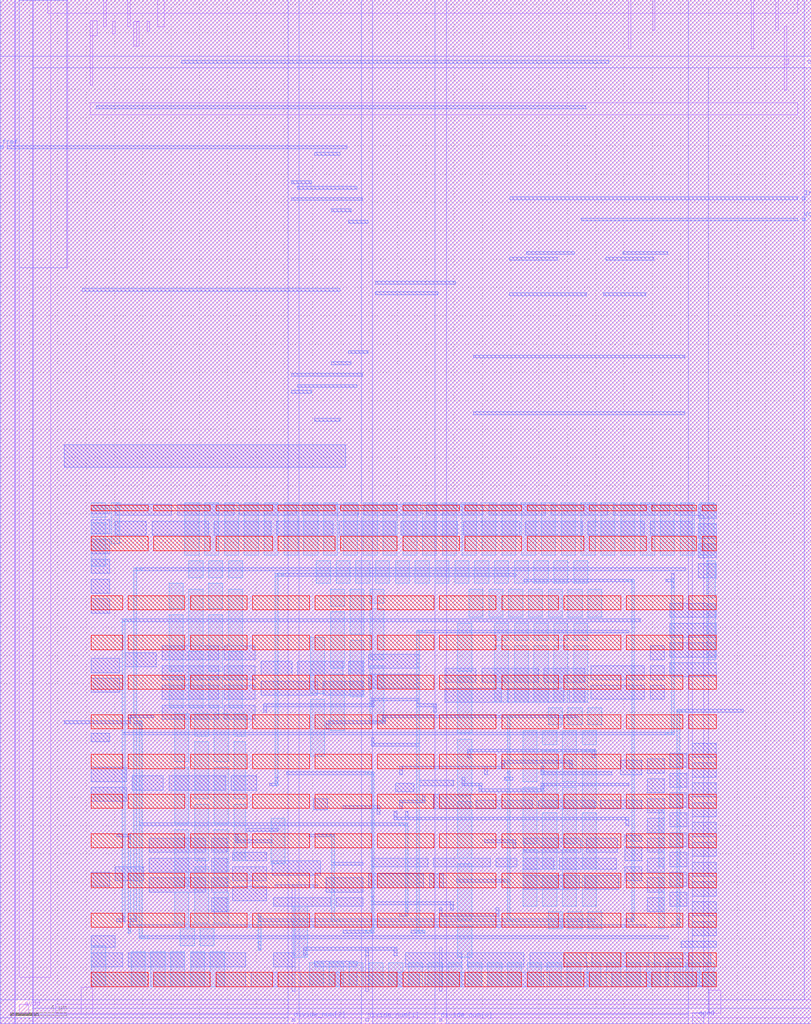
<source format=lef>
VERSION 5.7 ;
BUSBITCHARS "[]" ;
DIVIDERCHAR "/" ;

MACRO PLL_integerN_top_lef
  CLASS BLOCK ;
  ORIGIN 6.07 0 ;
  FOREIGN PLL_integerN_top_lef -6.07 0 ;
  SIZE 57.31 BY 72.3 ;
  SYMMETRY X Y R90 ;
  PIN avdd
    DIRECTION OUTPUT ;
    USE SIGNAL ;
    PORT
      LAYER M1 ;
        RECT -4.72 0.73 -4.07 1.38 ;
    END
  END avdd
  PIN agnd
    DIRECTION INOUT ;
    USE GROUND ;
    PORT
      LAYER M2 ;
        RECT 42.85 0 43.65 0.78 ;
    END
  END agnd
  PIN divide_num[0]
    DIRECTION INPUT ;
    USE ANALOG ;
    PORT
      LAYER M2 ;
        RECT 24.95 0.16 25.15 0.36 ;
    END
  END divide_num[0]
  PIN divide_num[1]
    DIRECTION INPUT ;
    USE ANALOG ;
    PORT
      LAYER M2 ;
        RECT 19.75 0.16 19.95 0.36 ;
    END
  END divide_num[1]
  PIN divide_num[2]
    DIRECTION INPUT ;
    USE ANALOG ;
    PORT
      LAYER M2 ;
        RECT 14.55 0.17 14.75 0.37 ;
    END
  END divide_num[2]
  PIN fout
    DIRECTION INPUT ;
    USE SIGNAL ;
    PORT
      LAYER M2 ;
        RECT 51.04 67.83 51.24 68.03 ;
    END
  END fout
  PIN Iref
    DIRECTION INPUT ;
    USE ANALOG ;
    PORT
      LAYER M3 ;
        RECT 50.6 58.2 50.8 58.4 ;
    END
  END Iref
  PIN Vctrl
    DIRECTION INPUT ;
    USE SIGNAL ;
    PORT
      LAYER M3 ;
        RECT 50.6 56.7 50.8 56.9 ;
    END
  END Vctrl
  PIN fref
    DIRECTION INPUT ;
    USE ANALOG ;
    PORT
      LAYER M3 ;
        RECT -6.07 61.8 -5.87 62 ;
    END
  END fref
  OBS
    LAYER M1 ;
      RECT -2.73 71.36 50.28 72.3 ;
      RECT -4.72 3.3 -2.5 72.29 ;
      RECT 48.73 70.15 48.89 72.3 ;
      RECT 47.01 68.87 47.17 72.3 ;
      RECT 40.04 70.15 40.2 72.3 ;
      RECT 38.32 68.87 38.48 72.3 ;
      RECT 5.05 70.4 5.5 72.3 ;
      RECT 2.93 70.4 3.09 72.3 ;
      RECT 1.24 70.4 1.4 72.3 ;
      RECT -4.72 53.39 -1.3 72.29 ;
      RECT 49.32 65.92 49.52 70.44 ;
      RECT 49.32 67.77 49.64 68.09 ;
      RECT -0.35 0.73 0.45 2.58 ;
      RECT 44.05 0.73 44.85 2.36 ;
      RECT -2.15 0.73 44.85 1.38 ;
      RECT 3.57 69.03 3.73 70.8 ;
      RECT 3.36 69.03 3.73 70.78 ;
      RECT 0.3 69.78 0.76 70.82 ;
      RECT 0.3 66.27 0.46 70.82 ;
      RECT 0.28 64.19 50.29 65.06 ;
      RECT 4.31 70.09 4.47 70.8 ;
      RECT 1.88 69.91 2.04 70.8 ;
    LAYER M1 SPACING 0.16 ;
      RECT -6.07 1.7 51.24 72.3 ;
      RECT -3.75 0 51.24 72.3 ;
      RECT -6.07 0 -5.04 72.3 ;
      RECT -6.07 0 51.24 0.41 ;
    LAYER M2 ;
      RECT 42.85 2.7 43.65 35.9 ;
      RECT 41.15 2.62 42.15 4.6 ;
      RECT 24.95 2.28 25.15 5.4 ;
      RECT 19.75 2.28 19.95 5.4 ;
      RECT 14.55 2.29 14.75 9.8 ;
      RECT -4.72 53.39 -1.38 72.29 ;
    LAYER M2 SPACING 0.2 ;
      RECT -6.07 68.33 51.24 72.3 ;
      RECT -6.07 1.68 50.74 72.3 ;
      RECT 43.95 0 51.24 67.53 ;
      RECT -3.77 1.08 51.24 67.53 ;
      RECT -6.07 0 -5.02 72.3 ;
      RECT -3.77 0.67 42.55 72.3 ;
      RECT 25.45 0 42.55 72.3 ;
      RECT 15.05 0.66 42.55 72.3 ;
      RECT -3.77 0 14.25 72.3 ;
      RECT 20.25 0 24.65 72.3 ;
      RECT 15.05 0 19.45 72.3 ;
      RECT -6.07 0 14.25 0.43 ;
    LAYER M3 ;
      RECT 41.75 6.8 41.95 7.4 ;
      RECT 41.35 6.8 41.95 7 ;
      RECT 41.35 30.8 41.55 31.8 ;
      RECT 40.95 31.2 41.55 31.4 ;
      RECT 2.95 6.8 39.55 7 ;
      RECT 2.95 6.4 3.15 7 ;
      RECT 38.55 7.2 38.75 7.8 ;
      RECT 38.15 7.2 38.75 7.4 ;
      RECT 22.55 14.4 22.75 15 ;
      RECT 21.75 14.4 21.95 15 ;
      RECT 21.75 14.4 38.35 14.6 ;
      RECT 38.15 14 38.35 14.6 ;
      RECT 26.55 16.8 26.75 17.4 ;
      RECT 32.15 16.8 38.35 17 ;
      RECT 26.55 16.8 27.95 17 ;
      RECT 27.75 16.4 27.95 17 ;
      RECT 32.15 16.4 32.35 17 ;
      RECT 27.75 16.4 32.35 16.6 ;
      RECT 32.15 17.6 32.35 18.2 ;
      RECT 32.15 17.6 37.15 17.8 ;
      RECT 12.15 7.2 12.35 7.8 ;
      RECT 12.15 7.2 35.95 7.4 ;
      RECT 26.95 19.2 35.95 19.4 ;
      RECT 35.75 18.8 35.95 19.4 ;
      RECT 26.95 18.8 27.15 19.4 ;
      RECT 20.95 21.6 34.75 21.8 ;
      RECT 20.95 21.2 21.15 21.8 ;
      RECT 16.95 21.2 21.15 21.4 ;
      RECT 16.95 20.8 17.15 21.4 ;
      RECT 29.35 18.4 34.35 18.6 ;
      RECT 34.15 18 34.35 18.6 ;
      RECT 29.35 18 29.55 18.6 ;
      RECT 22.15 18 29.55 18.2 ;
      RECT 28.15 17.6 28.35 18.2 ;
      RECT 22.15 17.6 22.35 18.2 ;
      RECT 28.15 12.8 30.35 13 ;
      RECT 30.15 12.4 30.35 13 ;
      RECT 29.75 17.2 29.95 17.8 ;
      RECT 29.55 17.2 30.15 17.4 ;
      RECT 28.95 7.6 29.15 8.2 ;
      RECT 24.95 7.6 25.15 8.2 ;
      RECT 24.95 7.6 29.15 7.8 ;
      RECT 20.15 8.4 20.35 9 ;
      RECT 20.15 8.4 25.95 8.6 ;
      RECT 25.75 8 25.95 8.6 ;
      RECT 20.15 22.8 23.55 23 ;
      RECT 23.35 22.4 23.55 23 ;
      RECT 20.15 22.4 20.35 23 ;
      RECT 23.35 22.4 24.75 22.6 ;
      RECT 24.55 22 24.75 22.6 ;
      RECT 12.55 22.4 20.35 22.6 ;
      RECT 12.55 22 12.75 22.6 ;
      RECT 23.75 15.6 23.95 16.2 ;
      RECT 22.15 15.6 23.95 15.8 ;
      RECT 22.15 15.2 22.35 15.8 ;
      RECT 20.15 19.6 20.35 20.2 ;
      RECT 20.15 19.6 23.55 19.8 ;
      RECT 22.55 7.6 22.75 8.2 ;
      RECT 22.15 7.6 22.75 7.8 ;
      RECT 15.35 5.2 21.95 5.4 ;
      RECT 21.75 4.8 21.95 5.4 ;
      RECT 19.75 4.8 19.95 5.4 ;
      RECT 15.35 4.8 15.55 5.4 ;
      RECT 18.15 15.2 20.75 15.4 ;
      RECT 20.55 14.8 20.75 15.4 ;
      RECT 13.35 16.8 13.55 17.4 ;
      RECT 12.95 16.8 13.55 17 ;
      RECT 10.55 12.8 10.75 13.4 ;
      RECT 10.55 12.8 13.15 13 ;
      RECT 2.95 21.6 4.75 21.8 ;
      RECT 2.95 21.2 3.15 21.8 ;
      RECT -1.55 21.2 3.15 21.4 ;
      RECT 3.35 21.2 3.95 21.4 ;
      RECT 3.75 20.8 3.95 21.4 ;
      RECT 3.35 7.2 3.55 7.8 ;
      RECT 2.95 7.2 3.55 7.4 ;
      RECT 2.15 13.2 3.15 13.4 ;
      RECT 2.95 12.8 3.15 13.4 ;
      RECT 2.55 7.2 2.75 7.8 ;
      RECT 2.15 7.2 2.75 7.4 ;
      RECT 35.01 56.7 50.3 56.9 ;
      RECT 29.94 58.2 50.3 58.4 ;
      RECT 41.75 22 46.45 22.2 ;
      RECT 41.55 2.62 44.53 3.62 ;
      RECT 42.05 5.42 44.53 5.82 ;
      RECT 42.85 6.22 44.53 7.22 ;
      RECT 42.85 7.62 44.53 8.62 ;
      RECT 42.85 9.02 44.53 10.02 ;
      RECT 42.85 10.42 44.53 11.42 ;
      RECT 42.85 11.82 44.53 12.82 ;
      RECT 42.85 13.22 44.53 14.22 ;
      RECT 42.85 14.62 44.53 15.62 ;
      RECT 42.85 16.02 44.53 17.02 ;
      RECT 42.85 17.42 44.53 18.42 ;
      RECT 42.85 18.82 44.53 19.82 ;
      RECT 41.25 24.5 44.53 25.5 ;
      RECT 41.25 25.9 44.53 26.9 ;
      RECT 41.25 27.3 44.53 28.3 ;
      RECT 41.25 28.7 44.53 29.7 ;
      RECT 43.25 31.5 44.53 32.5 ;
      RECT 43.25 32.9 44.53 33.9 ;
      RECT 43.25 34.3 44.53 35.3 ;
      RECT 43.25 35.7 44.53 36.7 ;
      RECT 40.15 4.02 44.15 5.02 ;
      RECT 39.85 34.5 42.85 35.5 ;
      RECT 41.65 35.9 42.85 36.7 ;
      RECT 41.25 8.3 42.45 9.3 ;
      RECT 41.25 9.7 42.45 10.7 ;
      RECT 41.25 11.1 42.45 12.1 ;
      RECT 41.25 12.5 42.45 13.5 ;
      RECT 41.25 13.9 42.45 14.9 ;
      RECT 41.25 15.3 42.45 16.3 ;
      RECT 41.25 16.7 42.45 17.7 ;
      RECT 41.25 18.1 42.45 19.1 ;
      RECT 3.35 32 42.35 32.2 ;
      RECT 27.35 43.02 42.31 43.22 ;
      RECT 27.35 47.02 42.31 47.22 ;
      RECT 2.55 20.4 41.55 20.6 ;
      RECT 37.25 35.9 41.25 36.7 ;
      RECT 37.15 2.62 41.15 3.62 ;
      RECT 3.75 6 41.15 6.2 ;
      RECT 37.91 54.33 41.1 54.53 ;
      RECT 39.65 7.9 40.85 8.9 ;
      RECT 39.65 9.3 40.85 10.3 ;
      RECT 39.65 10.7 40.85 11.7 ;
      RECT 39.65 12.1 40.85 13.1 ;
      RECT 39.65 13.5 40.85 14.5 ;
      RECT 39.65 14.9 40.85 15.9 ;
      RECT 39.65 16.3 40.85 17.3 ;
      RECT 39.65 17.7 40.85 18.7 ;
      RECT 39.85 22.9 40.85 23.9 ;
      RECT 39.85 24.3 40.85 25.3 ;
      RECT 39.85 25.7 40.85 26.7 ;
      RECT 36.71 53.93 40.11 54.13 ;
      RECT 35.75 4.02 39.75 5.02 ;
      RECT 36.54 51.41 39.54 51.61 ;
      RECT 35.65 22.9 39.45 23.9 ;
      RECT 35.65 24.3 39.45 25.3 ;
      RECT 35.45 34.5 39.45 35.5 ;
      RECT 38.05 10.1 39.25 11.1 ;
      RECT 38.05 11.5 39.25 12.5 ;
      RECT 38.05 12.9 39.25 13.3 ;
      RECT 36.35 15.2 39.25 15.8 ;
      RECT 37.75 17.6 39.25 18.6 ;
      RECT 2.55 28.4 39.15 28.6 ;
      RECT 30.95 31.2 38.75 31.4 ;
      RECT 23.35 27.6 38.35 27.8 ;
      RECT 35.25 9.5 37.65 10.5 ;
      RECT 35.35 12.1 37.55 13.1 ;
      RECT 33.45 10.9 37.45 11.7 ;
      RECT 6.73 67.84 36.93 68.04 ;
      RECT 32.85 35.9 36.85 36.7 ;
      RECT 32.75 2.62 36.75 3.62 ;
      RECT 31.95 15.2 35.95 15.8 ;
      RECT 31.35 4.02 35.35 5.02 ;
      RECT 29.91 51.41 35.34 51.61 ;
      RECT 0.7 64.62 35.31 64.82 ;
      RECT 34.15 22.7 35.25 23.7 ;
      RECT 32.35 24.1 35.25 25.1 ;
      RECT 31.05 34.5 35.05 35.5 ;
      RECT 30.95 12.1 34.95 13.1 ;
      RECT 30.85 9.5 34.85 10.5 ;
      RECT 31.11 54.33 34.51 54.53 ;
      RECT 29.75 22.7 33.75 23.7 ;
      RECT 29.91 53.93 33.31 54.13 ;
      RECT 30.85 10.9 33.05 11.7 ;
      RECT 28.45 35.9 32.45 36.7 ;
      RECT 28.35 2.62 32.35 3.62 ;
      RECT 27.95 24.1 31.95 25.1 ;
      RECT 27.55 15.2 31.55 15.8 ;
      RECT 26.95 4.02 30.95 5.02 ;
      RECT 26.65 34.5 30.65 35.5 ;
      RECT 28.95 11.1 30.45 11.7 ;
      RECT 13.35 31.6 30.35 31.8 ;
      RECT 26.15 10 29.95 10.2 ;
      RECT 25.35 22.7 29.35 23.7 ;
      RECT 24.55 11.1 28.55 11.7 ;
      RECT 24.05 35.9 28.05 36.7 ;
      RECT 23.95 2.62 27.95 3.62 ;
      RECT 25.35 24.1 27.55 25.1 ;
      RECT 24.55 15.2 27.15 16.2 ;
      RECT 22.55 4.02 26.55 5.02 ;
      RECT 22.25 34.5 26.25 35.5 ;
      RECT 20.44 52.24 26.09 52.44 ;
      RECT 23.55 16.8 25.95 17.2 ;
      RECT 24.25 9.6 25.25 10.6 ;
      RECT 20.43 51.5 24.85 51.7 ;
      RECT 20.15 11.1 24.15 11.7 ;
      RECT 22.95 6.4 23.95 6.6 ;
      RECT 19.95 9.6 23.85 10.6 ;
      RECT 19.65 35.9 23.65 36.7 ;
      RECT 19.55 2.62 23.55 3.62 ;
      RECT 19.95 23.7 23.55 24.7 ;
      RECT 19.95 25.1 23.55 26.1 ;
      RECT 21.85 16.4 23.15 17 ;
      RECT 3.75 14 22.75 14.2 ;
      RECT 17.85 34.5 21.85 35.5 ;
      RECT 18.15 6.4 20.35 6.6 ;
      RECT 14.15 17.6 20.35 17.8 ;
      RECT 18.53 47.34 19.93 47.54 ;
      RECT 18.53 56.54 19.93 56.74 ;
      RECT 17.65 8.3 19.55 8.9 ;
      RECT 16.95 9.3 19.55 10.3 ;
      RECT 17.35 11.2 19.55 11.4 ;
      RECT 16.75 23.2 19.55 24.2 ;
      RECT 18.55 24.6 19.55 25.6 ;
      RECT 14.53 45.74 19.53 45.94 ;
      RECT 14.53 58.14 19.53 58.34 ;
      RECT 15.25 35.9 19.25 36.7 ;
      RECT 15.15 2.62 19.15 3.62 ;
      RECT 16.15 4.02 19.15 4.42 ;
      RECT 14.93 44.94 19.13 45.14 ;
      RECT 14.93 58.94 19.13 59.14 ;
      RECT 17.33 46.54 18.73 46.74 ;
      RECT 17.33 57.34 18.73 57.54 ;
      RECT -5.57 61.8 18.43 62 ;
      RECT -1.56 39.3 18.33 40.88 ;
      RECT 14.95 24.6 18.15 25.6 ;
      RECT 16.13 42.55 17.93 42.75 ;
      RECT -0.27 51.74 17.93 51.94 ;
      RECT 16.13 61.33 17.93 61.53 ;
      RECT 15.75 13.2 17.55 13.4 ;
      RECT 13.45 34.5 17.45 35.5 ;
      RECT 13.25 8.3 17.25 8.9 ;
      RECT 16.05 15.1 17.05 15.9 ;
      RECT 13.15 10.5 16.55 11.5 ;
      RECT 13.35 9.6 16.35 9.8 ;
      RECT 12.35 23.2 16.35 24.2 ;
      RECT 14.53 44.54 15.93 44.74 ;
      RECT 14.53 59.34 15.93 59.54 ;
      RECT 10.85 35.9 14.85 36.7 ;
      RECT 11.65 2.62 14.75 3.62 ;
      RECT 13.25 4.02 14.75 5.02 ;
      RECT 12.35 24.6 14.55 25.6 ;
      RECT 11.35 13.6 13.55 13.8 ;
      RECT 9.05 34.5 13.05 35.5 ;
      RECT 10.35 8.7 12.75 9.7 ;
      RECT 10.35 10.1 12.75 11.1 ;
      RECT 10.35 11.5 12.75 12.1 ;
      RECT 12.15 5.2 12.35 5.8 ;
      RECT 10.25 16.5 12.05 17.5 ;
      RECT 9.75 21.5 11.95 22.5 ;
      RECT 9.75 22.9 11.95 23.9 ;
      RECT 9.75 24.3 11.95 25.3 ;
      RECT 9.75 25.7 11.95 26.7 ;
      RECT 9.17 2.62 11.25 3.62 ;
      RECT 7.37 4.02 11.25 5.02 ;
      RECT 6.45 35.9 10.45 36.7 ;
      RECT 8.85 7.9 9.95 8.9 ;
      RECT 8.85 9.3 9.95 10.3 ;
      RECT 8.85 10.7 9.95 11.7 ;
      RECT 8.85 12.1 9.95 13.1 ;
      RECT 5.85 16.5 9.85 17.5 ;
      RECT 5.35 21.5 9.35 22.5 ;
      RECT 5.35 22.9 9.35 23.9 ;
      RECT 5.35 24.3 9.35 25.3 ;
      RECT 5.35 25.7 9.35 26.7 ;
      RECT 4.77 2.62 8.77 3.62 ;
      RECT 4.65 34.5 8.65 35.5 ;
      RECT 4.45 9.3 8.45 10.3 ;
      RECT 4.45 10.7 8.45 11.7 ;
      RECT 4.45 12.1 8.45 13.1 ;
      RECT 2.97 4.02 6.97 5.02 ;
      RECT 2.05 35.9 6.05 36.7 ;
      RECT 3.25 16.5 5.45 17.5 ;
      RECT 2.75 25.2 4.95 26.2 ;
      RECT 0.37 2.62 4.37 3.62 ;
      RECT 2.05 34.5 4.25 35.5 ;
      RECT 2.05 10.1 4.05 11.1 ;
      RECT 0.37 15.7 2.85 16.7 ;
      RECT 0.37 17.1 2.85 18.1 ;
      RECT 0.37 4.02 2.57 5.02 ;
      RECT 0.37 23.4 2.35 24.4 ;
      RECT 0.37 24.8 2.35 25.8 ;
      RECT 0.37 5.42 2.05 6.22 ;
      RECT 0.37 9.7 1.65 10.7 ;
      RECT 0.37 19.9 1.65 20.5 ;
      RECT 0.37 29 1.65 30 ;
      RECT 0.37 30.4 1.65 31.4 ;
      RECT 0.37 31.8 1.65 32.8 ;
      RECT 0.37 33.2 1.65 34.2 ;
      RECT 0.37 34.6 1.65 35.6 ;
      RECT 0.37 36 1.65 36.6 ;
    LAYER M4 ;
      RECT 41.75 22 42.35 22.2 ;
      RECT 41.75 6.8 41.95 22.2 ;
      RECT 41.35 20.4 41.55 31.4 ;
      RECT 40.95 20.4 41.55 20.6 ;
      RECT 38.15 31.2 38.75 31.4 ;
      RECT 38.55 7.2 38.75 31.4 ;
      RECT 29.75 21.6 30.35 21.8 ;
      RECT 29.75 7.2 29.95 21.8 ;
      RECT 29.35 10 29.95 10.2 ;
      RECT 29.75 7.2 30.35 7.4 ;
      RECT 23.35 27.6 23.95 27.8 ;
      RECT 23.35 6.4 23.55 27.8 ;
      RECT 23.35 6.4 23.95 6.6 ;
      RECT 22.15 14 22.75 14.2 ;
      RECT 22.55 7.6 22.75 14.2 ;
      RECT 19.75 17.6 20.35 17.8 ;
      RECT 20.15 6.4 20.35 17.8 ;
      RECT 19.75 6.4 20.35 6.6 ;
      RECT 16.95 13.2 17.55 13.4 ;
      RECT 17.35 7.2 17.55 13.4 ;
      RECT 17.35 7.2 17.95 7.4 ;
      RECT 13.35 31.6 13.95 31.8 ;
      RECT 13.35 16.8 13.55 31.8 ;
      RECT 3.75 6 3.95 21.4 ;
      RECT 3.75 6 4.35 6.2 ;
      RECT 3.35 32 3.95 32.2 ;
      RECT 3.35 7.2 3.55 32.2 ;
      RECT 2.55 28.4 3.15 28.6 ;
      RECT 2.55 7.2 2.75 28.6 ;
      RECT 43.85 25.7 44.45 29.7 ;
      RECT 43.85 30.1 44.45 32.7 ;
      RECT 43.77 2.62 44.37 4.3 ;
      RECT 43.37 33.1 44.37 36.78 ;
      RECT 42.37 2.62 43.37 4.3 ;
      RECT 41.97 33.1 42.97 36.78 ;
      RECT 40.97 2.62 41.97 4.3 ;
      RECT 40.57 33.1 41.57 36.78 ;
      RECT 40.45 6.7 40.85 10.7 ;
      RECT 40.45 11.1 40.85 15.1 ;
      RECT 39.57 2.62 40.57 4.3 ;
      RECT 39.17 33.1 40.17 36.78 ;
      RECT 38.17 2.62 39.17 4.3 ;
      RECT 37.77 33.1 38.77 36.78 ;
      RECT 36.77 2.62 37.77 4.3 ;
      RECT 36.37 33.1 37.37 36.78 ;
      RECT 35.45 6.7 36.45 7.9 ;
      RECT 35.45 21.1 36.45 22.3 ;
      RECT 35.45 28.7 36.45 30.7 ;
      RECT 35.37 2.62 36.37 4.3 ;
      RECT 35.05 8.3 36.05 10.5 ;
      RECT 35.05 10.9 36.05 14.9 ;
      RECT 35.05 15.3 36.05 19.3 ;
      RECT 35.05 19.7 36.05 20.7 ;
      RECT 34.97 33.1 35.97 36.78 ;
      RECT 34.45 22.7 35.45 26.7 ;
      RECT 34.45 27.1 35.45 28.3 ;
      RECT 34.45 31.1 35.45 32.7 ;
      RECT 34.05 6.7 35.05 7.9 ;
      RECT 34.05 21.1 35.05 22.3 ;
      RECT 34.05 28.7 35.05 30.7 ;
      RECT 33.97 2.62 34.97 4.3 ;
      RECT 33.65 8.3 34.65 12.3 ;
      RECT 33.65 12.7 34.65 16.7 ;
      RECT 33.65 17.1 34.65 20.7 ;
      RECT 33.57 33.1 34.57 36.78 ;
      RECT 33.05 22.7 34.05 26.7 ;
      RECT 33.05 27.1 34.05 28.3 ;
      RECT 33.05 31.1 34.05 32.7 ;
      RECT 32.65 6.7 33.65 7.9 ;
      RECT 32.65 21.1 33.65 22.3 ;
      RECT 32.65 28.7 33.65 30.7 ;
      RECT 32.57 2.62 33.57 4.3 ;
      RECT 32.25 8.3 33.25 10.5 ;
      RECT 32.25 10.9 33.25 14.9 ;
      RECT 32.25 15.3 33.25 19.3 ;
      RECT 32.25 19.7 33.25 20.7 ;
      RECT 32.17 33.1 33.17 36.78 ;
      RECT 31.65 22.7 32.65 26.7 ;
      RECT 31.65 27.1 32.65 28.3 ;
      RECT 31.65 31.1 32.65 32.7 ;
      RECT 31.25 28.7 32.25 30.7 ;
      RECT 31.17 2.62 32.17 4.3 ;
      RECT 30.85 8.3 31.85 12.3 ;
      RECT 30.85 12.7 31.85 16.7 ;
      RECT 30.85 17.1 31.85 20.7 ;
      RECT 30.77 33.1 31.77 36.78 ;
      RECT 30.25 22.7 31.25 26.7 ;
      RECT 30.25 27.1 31.25 28.3 ;
      RECT 30.25 31.1 31.25 32.7 ;
      RECT 29.85 28.7 30.85 30.7 ;
      RECT 29.77 2.62 30.77 4.3 ;
      RECT 29.37 33.1 30.37 36.78 ;
      RECT 28.85 22.7 29.85 26.7 ;
      RECT 28.85 27.1 29.85 28.3 ;
      RECT 28.85 31.1 29.85 32.7 ;
      RECT 28.45 28.7 29.45 30.7 ;
      RECT 28.37 2.62 29.37 4.3 ;
      RECT 27.97 33.1 28.97 36.78 ;
      RECT 27.45 31.1 28.45 32.7 ;
      RECT 27.05 28.7 28.05 30.7 ;
      RECT 26.97 2.62 27.97 4.3 ;
      RECT 26.57 33.1 27.57 36.78 ;
      RECT 26.25 4.7 27.25 6.9 ;
      RECT 26.25 7.3 27.25 11.3 ;
      RECT 26.25 11.7 27.25 15.7 ;
      RECT 26.25 16.1 27.25 20.1 ;
      RECT 26.25 20.5 27.25 24.5 ;
      RECT 26.25 24.9 27.25 28.3 ;
      RECT 26.05 31.1 27.05 32.7 ;
      RECT 25.57 2.62 26.57 4.3 ;
      RECT 25.17 33.1 26.17 36.78 ;
      RECT 24.65 31.1 25.65 32.7 ;
      RECT 24.17 2.62 25.17 4.3 ;
      RECT 23.77 33.1 24.77 36.78 ;
      RECT 23.25 31.1 24.25 32.7 ;
      RECT 22.77 2.62 23.77 4.3 ;
      RECT 22.37 33.1 23.37 36.78 ;
      RECT 21.85 31.1 22.85 32.7 ;
      RECT 21.37 2.62 22.37 4.3 ;
      RECT 20.97 33.1 21.97 36.78 ;
      RECT 20.45 31.1 21.45 32.7 ;
      RECT 20.05 21.3 21.05 25.3 ;
      RECT 20.05 25.7 21.05 29.3 ;
      RECT 20.05 29.7 21.05 30.7 ;
      RECT 19.97 2.62 20.97 4.3 ;
      RECT 19.57 33.1 20.57 36.78 ;
      RECT 19.05 31.1 20.05 32.7 ;
      RECT 18.65 23.1 19.65 27.1 ;
      RECT 18.65 27.5 19.65 30.7 ;
      RECT 18.57 2.62 19.57 4.3 ;
      RECT 18.17 33.1 19.17 36.78 ;
      RECT 17.65 31.1 18.65 32.7 ;
      RECT 17.25 20.7 18.25 24.7 ;
      RECT 17.25 25.1 18.25 29.1 ;
      RECT 17.25 29.5 18.25 30.7 ;
      RECT 17.17 2.62 18.17 4.3 ;
      RECT 16.77 33.1 17.77 36.78 ;
      RECT 16.25 31.1 17.25 32.7 ;
      RECT 15.85 18.9 16.85 22.9 ;
      RECT 15.85 23.3 16.85 27.3 ;
      RECT 15.77 2.62 16.77 4.3 ;
      RECT 15.37 33.1 16.37 36.78 ;
      RECT 14.65 4.7 15.65 8.3 ;
      RECT 13.97 33.1 14.97 36.78 ;
      RECT 13.05 11.3 14.05 14.5 ;
      RECT 12.57 33.1 13.57 36.78 ;
      RECT 12.15 5.2 12.35 7.8 ;
      RECT 11.17 33.1 12.17 36.78 ;
      RECT 10.45 11.5 11.25 15.5 ;
      RECT 10.45 15.9 11.25 19.9 ;
      RECT 10.45 20.3 11.25 21.9 ;
      RECT 10.05 22.3 11.05 26.3 ;
      RECT 10.05 26.7 11.05 30.7 ;
      RECT 10.05 31.5 11.05 32.7 ;
      RECT 9.77 33.1 10.77 36.78 ;
      RECT 9.05 7.1 10.05 9.3 ;
      RECT 9.05 9.7 10.05 13.7 ;
      RECT 9.05 14.1 10.05 18.1 ;
      RECT 9.05 18.5 10.05 21.9 ;
      RECT 8.77 2.62 9.77 5.1 ;
      RECT 8.65 22.3 9.65 24.5 ;
      RECT 8.65 24.9 9.65 28.9 ;
      RECT 8.65 29.3 9.65 31.1 ;
      RECT 8.65 31.5 9.65 32.7 ;
      RECT 8.37 33.1 9.37 36.78 ;
      RECT 8.05 5.5 9.05 6.7 ;
      RECT 7.65 7.1 8.65 11.1 ;
      RECT 7.65 11.5 8.65 15.5 ;
      RECT 7.65 15.9 8.65 19.9 ;
      RECT 7.65 20.3 8.65 21.9 ;
      RECT 7.37 2.62 8.37 5.1 ;
      RECT 7.25 22.3 8.25 26.3 ;
      RECT 7.25 26.7 8.25 30.7 ;
      RECT 7.25 31.5 8.25 32.7 ;
      RECT 6.97 33.1 7.97 36.78 ;
      RECT 6.65 5.5 7.65 6.7 ;
      RECT 6.25 7.1 7.25 9.3 ;
      RECT 6.25 9.7 7.25 13.7 ;
      RECT 6.25 14.1 7.25 18.1 ;
      RECT 6.25 18.5 7.25 21.9 ;
      RECT 5.97 2.62 6.97 5.1 ;
      RECT 5.85 22.3 6.85 24.5 ;
      RECT 5.85 24.9 6.85 28.9 ;
      RECT 5.85 29.3 6.85 31.1 ;
      RECT 4.57 2.62 5.57 5.1 ;
      RECT 3.17 2.62 4.17 5.1 ;
      RECT 2.95 6.4 3.15 13.4 ;
      RECT 1.77 33.9 2.37 36.78 ;
      RECT 0.37 2.62 1.37 5.5 ;
      RECT 0.37 32.3 1.37 35.38 ;
      RECT 0.37 35.78 1.37 36.78 ;
    LAYER M5 ;
      RECT 43.53 2.62 44.53 3.62 ;
      RECT 42.57 4.02 44.53 5.02 ;
      RECT 42.57 6.82 44.53 7.82 ;
      RECT 42.57 9.62 44.53 10.62 ;
      RECT 42.57 12.42 44.53 13.42 ;
      RECT 42.57 15.22 44.53 16.22 ;
      RECT 42.57 18.02 44.53 19.02 ;
      RECT 42.57 20.82 44.53 21.82 ;
      RECT 42.57 23.62 44.53 24.62 ;
      RECT 42.57 26.42 44.53 27.42 ;
      RECT 42.57 29.22 44.53 30.22 ;
      RECT 43.53 33.42 44.53 34.42 ;
      RECT 43.53 36.22 44.53 36.62 ;
      RECT 39.97 2.62 43.13 3.62 ;
      RECT 39.97 33.42 43.13 34.42 ;
      RECT 39.97 36.22 43.13 36.62 ;
      RECT 38.17 4.02 42.17 5.02 ;
      RECT 38.17 6.82 42.17 7.82 ;
      RECT 38.17 9.62 42.17 10.62 ;
      RECT 38.17 12.42 42.17 13.42 ;
      RECT 38.17 15.22 42.17 16.22 ;
      RECT 38.17 18.02 42.17 19.02 ;
      RECT 38.17 20.82 42.17 21.82 ;
      RECT 38.17 23.62 42.17 24.62 ;
      RECT 38.17 26.42 42.17 27.42 ;
      RECT 38.17 29.22 42.17 30.22 ;
      RECT 35.57 2.62 39.57 3.62 ;
      RECT 35.57 33.42 39.57 34.42 ;
      RECT 35.57 36.22 39.57 36.62 ;
      RECT 33.77 4.02 37.77 5.02 ;
      RECT 33.77 6.82 37.77 7.82 ;
      RECT 33.77 9.62 37.77 10.62 ;
      RECT 33.77 12.42 37.77 13.42 ;
      RECT 33.77 15.22 37.77 16.22 ;
      RECT 33.77 18.02 37.77 19.02 ;
      RECT 33.77 20.82 37.77 21.82 ;
      RECT 33.77 23.62 37.77 24.62 ;
      RECT 33.77 26.42 37.77 27.42 ;
      RECT 33.77 29.22 37.77 30.22 ;
      RECT 31.17 2.62 35.17 3.62 ;
      RECT 31.17 33.42 35.17 34.42 ;
      RECT 31.17 36.22 35.17 36.62 ;
      RECT 29.37 6.82 33.37 7.82 ;
      RECT 29.37 9.62 33.37 10.62 ;
      RECT 29.37 12.42 33.37 13.42 ;
      RECT 29.37 15.22 33.37 16.22 ;
      RECT 29.37 18.02 33.37 19.02 ;
      RECT 29.37 20.82 33.37 21.82 ;
      RECT 29.37 23.62 33.37 24.62 ;
      RECT 29.37 26.42 33.37 27.42 ;
      RECT 29.37 29.22 33.37 30.22 ;
      RECT 26.77 2.62 30.77 3.62 ;
      RECT 26.77 33.42 30.77 34.42 ;
      RECT 26.77 36.22 30.77 36.62 ;
      RECT 24.97 6.82 28.97 7.82 ;
      RECT 24.97 9.62 28.97 10.62 ;
      RECT 24.97 12.42 28.97 13.42 ;
      RECT 24.97 15.22 28.97 16.22 ;
      RECT 24.97 18.02 28.97 19.02 ;
      RECT 24.97 20.82 28.97 21.82 ;
      RECT 24.97 23.62 28.97 24.62 ;
      RECT 24.97 26.42 28.97 27.42 ;
      RECT 24.97 29.22 28.97 30.22 ;
      RECT 22.37 2.62 26.37 3.62 ;
      RECT 22.37 33.42 26.37 34.42 ;
      RECT 22.37 36.22 26.37 36.62 ;
      RECT 20.57 6.82 24.57 7.82 ;
      RECT 20.57 9.62 24.57 10.62 ;
      RECT 20.57 12.42 24.57 13.42 ;
      RECT 20.57 15.22 24.57 16.22 ;
      RECT 20.57 18.02 24.57 19.02 ;
      RECT 20.57 20.82 24.57 21.82 ;
      RECT 20.57 23.62 24.57 24.62 ;
      RECT 20.57 26.42 24.57 27.42 ;
      RECT 20.57 29.22 24.57 30.22 ;
      RECT 17.97 2.62 21.97 3.62 ;
      RECT 17.97 33.42 21.97 34.42 ;
      RECT 17.97 36.22 21.97 36.62 ;
      RECT 16.17 6.82 20.17 7.82 ;
      RECT 16.17 9.62 20.17 10.62 ;
      RECT 16.17 12.42 20.17 13.42 ;
      RECT 16.17 15.22 20.17 16.22 ;
      RECT 16.17 18.02 20.17 19.02 ;
      RECT 16.17 20.82 20.17 21.82 ;
      RECT 16.17 23.62 20.17 24.62 ;
      RECT 16.17 26.42 20.17 27.42 ;
      RECT 16.17 29.22 20.17 30.22 ;
      RECT 13.57 2.62 17.57 3.62 ;
      RECT 13.57 33.42 17.57 34.42 ;
      RECT 13.57 36.22 17.57 36.62 ;
      RECT 11.77 6.82 15.77 7.82 ;
      RECT 11.77 9.62 15.77 10.62 ;
      RECT 11.77 12.42 15.77 13.42 ;
      RECT 11.77 15.22 15.77 16.22 ;
      RECT 11.77 18.02 15.77 19.02 ;
      RECT 11.77 20.82 15.77 21.82 ;
      RECT 11.77 23.62 15.77 24.62 ;
      RECT 11.77 26.42 15.77 27.42 ;
      RECT 11.77 29.22 15.77 30.22 ;
      RECT 9.17 2.62 13.17 3.62 ;
      RECT 9.17 33.42 13.17 34.42 ;
      RECT 9.17 36.22 13.17 36.62 ;
      RECT 7.37 6.82 11.37 7.82 ;
      RECT 7.37 9.62 11.37 10.62 ;
      RECT 7.37 12.42 11.37 13.42 ;
      RECT 7.37 15.22 11.37 16.22 ;
      RECT 7.37 18.02 11.37 19.02 ;
      RECT 7.37 20.82 11.37 21.82 ;
      RECT 7.37 23.62 11.37 24.62 ;
      RECT 7.37 26.42 11.37 27.42 ;
      RECT 7.37 29.22 11.37 30.22 ;
      RECT 4.77 2.62 8.77 3.62 ;
      RECT 4.77 33.42 8.77 34.42 ;
      RECT 4.77 36.22 8.77 36.62 ;
      RECT 2.97 6.82 6.97 7.82 ;
      RECT 2.97 9.62 6.97 10.62 ;
      RECT 2.97 12.42 6.97 13.42 ;
      RECT 2.97 15.22 6.97 16.22 ;
      RECT 2.97 18.02 6.97 19.02 ;
      RECT 2.97 20.82 6.97 21.82 ;
      RECT 2.97 23.62 6.97 24.62 ;
      RECT 2.97 26.42 6.97 27.42 ;
      RECT 2.97 29.22 6.97 30.22 ;
      RECT 0.37 2.62 4.37 3.62 ;
      RECT 0.37 33.42 4.37 34.42 ;
      RECT 0.37 36.22 4.37 36.62 ;
      RECT 0.37 6.82 2.57 7.82 ;
      RECT 0.37 9.62 2.57 10.62 ;
      RECT 0.37 12.42 2.57 13.42 ;
      RECT 0.37 15.22 2.57 16.22 ;
      RECT 0.37 18.02 2.57 19.02 ;
      RECT 0.37 20.82 2.57 21.82 ;
      RECT 0.37 23.62 2.57 24.62 ;
      RECT 0.37 26.42 2.57 27.42 ;
      RECT 0.37 29.22 2.57 30.22 ;
  END
END PLL_integerN_top_lef

END LIBRARY

</source>
